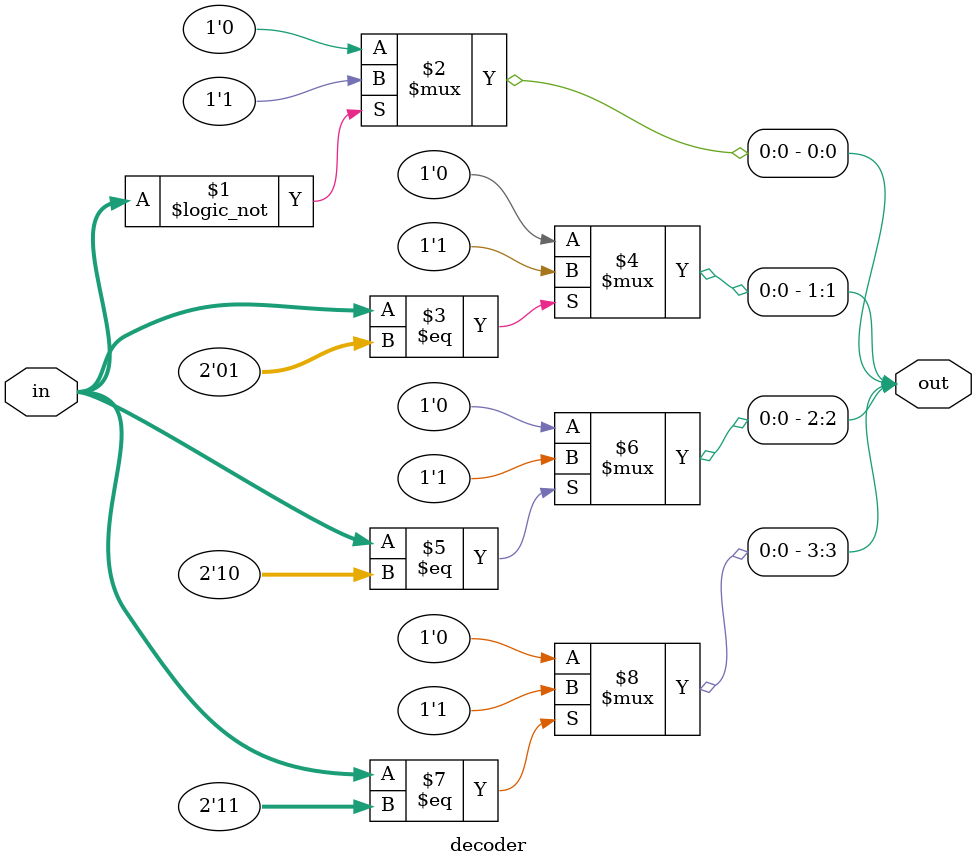
<source format=v>
module decoder(input [1:0]in,output [3:0]out);
assign out[0]=(in==2'b00)?1'b1:1'b0;
assign out[1]=(in==2'b01)?1'b1:1'b0;
assign out[2]=(in==2'b10)?1'b1:1'b0;
assign out[3]=(in==2'b11)?1'b1:1'b0;
endmodule



</source>
